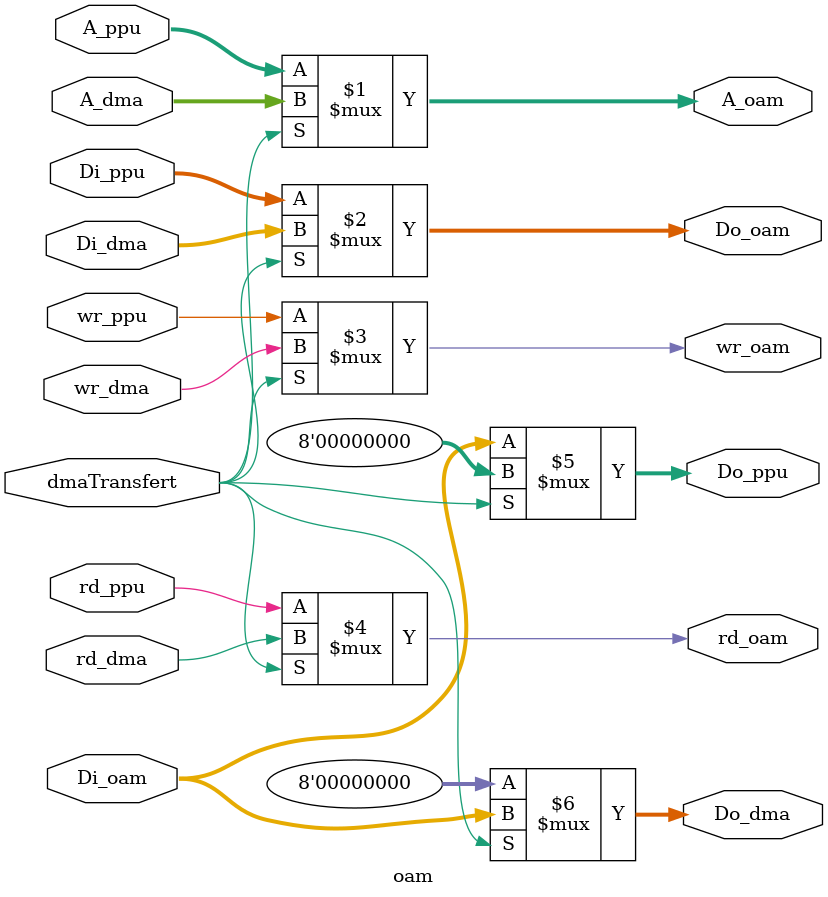
<source format=v>
module oam(

input dmaTransfert, 

input    [15:0]   A_ppu,
input    [7:0]    Di_ppu,
output   [7:0]    Do_ppu,
input             wr_ppu,
input             rd_ppu,  

input    [15:0]   A_dma,
input    [7:0]    Di_dma,
output   [7:0]    Do_dma,
input             wr_dma,
input             rd_dma, 

output   [15:0]   A_oam,
input    [7:0]    Di_oam,
output   [7:0]    Do_oam,
output            wr_oam,
output            rd_oam

);


assign A_oam = dmaTransfert ? A_dma : A_ppu;
assign Do_oam = dmaTransfert ? Di_dma : Di_ppu;
assign wr_oam = dmaTransfert ? wr_dma : wr_ppu;
assign rd_oam = dmaTransfert ? rd_dma : rd_ppu;

assign Do_ppu = dmaTransfert ? 8'h00 : Di_oam;
assign Do_dma = dmaTransfert ? Di_oam : 8'h00;




endmodule   
</source>
